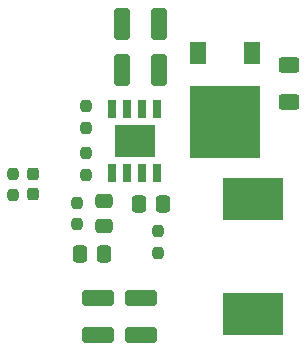
<source format=gtp>
%TF.GenerationSoftware,KiCad,Pcbnew,9.0.6*%
%TF.CreationDate,2025-11-23T20:43:56-05:00*%
%TF.ProjectId,5013-5v,35303133-2d35-4762-9e6b-696361645f70,rev?*%
%TF.SameCoordinates,Original*%
%TF.FileFunction,Paste,Top*%
%TF.FilePolarity,Positive*%
%FSLAX46Y46*%
G04 Gerber Fmt 4.6, Leading zero omitted, Abs format (unit mm)*
G04 Created by KiCad (PCBNEW 9.0.6) date 2025-11-23 20:43:56*
%MOMM*%
%LPD*%
G01*
G04 APERTURE LIST*
G04 Aperture macros list*
%AMRoundRect*
0 Rectangle with rounded corners*
0 $1 Rounding radius*
0 $2 $3 $4 $5 $6 $7 $8 $9 X,Y pos of 4 corners*
0 Add a 4 corners polygon primitive as box body*
4,1,4,$2,$3,$4,$5,$6,$7,$8,$9,$2,$3,0*
0 Add four circle primitives for the rounded corners*
1,1,$1+$1,$2,$3*
1,1,$1+$1,$4,$5*
1,1,$1+$1,$6,$7*
1,1,$1+$1,$8,$9*
0 Add four rect primitives between the rounded corners*
20,1,$1+$1,$2,$3,$4,$5,0*
20,1,$1+$1,$4,$5,$6,$7,0*
20,1,$1+$1,$6,$7,$8,$9,0*
20,1,$1+$1,$8,$9,$2,$3,0*%
G04 Aperture macros list end*
%ADD10R,0.650000X1.525000*%
%ADD11R,3.400000X2.710000*%
%ADD12RoundRect,0.237500X-0.237500X0.250000X-0.237500X-0.250000X0.237500X-0.250000X0.237500X0.250000X0*%
%ADD13RoundRect,0.250000X-1.100000X0.412500X-1.100000X-0.412500X1.100000X-0.412500X1.100000X0.412500X0*%
%ADD14RoundRect,0.237500X0.237500X-0.287500X0.237500X0.287500X-0.237500X0.287500X-0.237500X-0.287500X0*%
%ADD15R,5.970000X6.100000*%
%ADD16R,1.400000X1.900000*%
%ADD17RoundRect,0.250000X-0.412500X-1.100000X0.412500X-1.100000X0.412500X1.100000X-0.412500X1.100000X0*%
%ADD18RoundRect,0.250000X0.625000X-0.400000X0.625000X0.400000X-0.625000X0.400000X-0.625000X-0.400000X0*%
%ADD19RoundRect,0.237500X0.237500X-0.250000X0.237500X0.250000X-0.237500X0.250000X-0.237500X-0.250000X0*%
%ADD20RoundRect,0.250000X0.337500X0.475000X-0.337500X0.475000X-0.337500X-0.475000X0.337500X-0.475000X0*%
%ADD21R,5.100000X3.650000*%
%ADD22RoundRect,0.250000X0.475000X-0.337500X0.475000X0.337500X-0.475000X0.337500X-0.475000X-0.337500X0*%
G04 APERTURE END LIST*
D10*
%TO.C,IC1*%
X132424000Y-93375500D03*
X131154000Y-93375500D03*
X129884000Y-93375500D03*
X128614000Y-93375500D03*
X128614000Y-98799500D03*
X129884000Y-98799500D03*
X131154000Y-98799500D03*
X132424000Y-98799500D03*
D11*
X130519000Y-96087500D03*
%TD*%
D12*
%TO.C,Ron*%
X126423000Y-93175000D03*
X126423000Y-95000000D03*
%TD*%
D13*
%TO.C,Cout*%
X131065000Y-109405000D03*
X131065000Y-112530000D03*
%TD*%
D12*
%TO.C,Rr*%
X132519000Y-103775000D03*
X132519000Y-105600000D03*
%TD*%
D14*
%TO.C,pgood*%
X121901800Y-100637500D03*
X121901800Y-98887500D03*
%TD*%
D15*
%TO.C,D1*%
X138119000Y-94495500D03*
D16*
X140409000Y-88630500D03*
X135829000Y-88630500D03*
%TD*%
D17*
%TO.C,Cin*%
X129432500Y-90139500D03*
X132557500Y-90139500D03*
%TD*%
D18*
%TO.C,R6*%
X143600000Y-92800000D03*
X143600000Y-89700000D03*
%TD*%
D13*
%TO.C,Cout*%
X127439000Y-109405000D03*
X127439000Y-112530000D03*
%TD*%
D19*
%TO.C,Rfbb*%
X126423000Y-98964000D03*
X126423000Y-97139000D03*
%TD*%
D17*
%TO.C,Cin*%
X129432500Y-86202500D03*
X132557500Y-86202500D03*
%TD*%
D20*
%TO.C,Cr*%
X127947000Y-105671500D03*
X125872000Y-105671500D03*
%TD*%
D19*
%TO.C,Rfbt*%
X125661000Y-103178500D03*
X125661000Y-101353500D03*
%TD*%
D20*
%TO.C,cbst*%
X132946900Y-101467900D03*
X130871900Y-101467900D03*
%TD*%
D21*
%TO.C,L1*%
X140494600Y-101037500D03*
X140494600Y-110737500D03*
%TD*%
D12*
%TO.C,R5*%
X120200000Y-98887500D03*
X120200000Y-100712500D03*
%TD*%
D22*
%TO.C,cac*%
X127947000Y-103280000D03*
X127947000Y-101205000D03*
%TD*%
M02*

</source>
